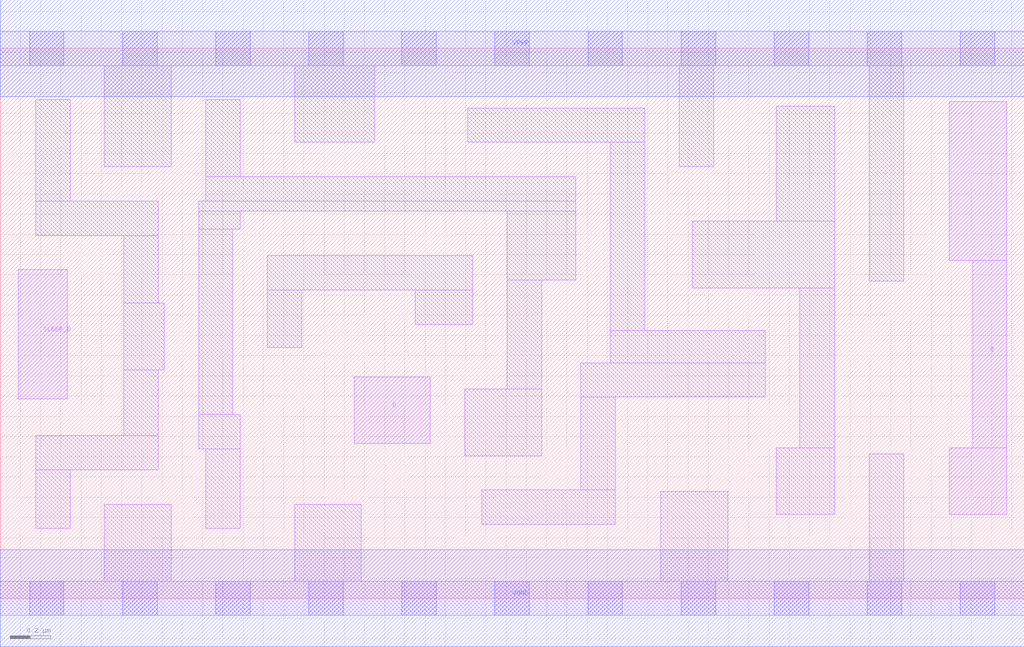
<source format=lef>
# Copyright 2020 The SkyWater PDK Authors
#
# Licensed under the Apache License, Version 2.0 (the "License");
# you may not use this file except in compliance with the License.
# You may obtain a copy of the License at
#
#     https://www.apache.org/licenses/LICENSE-2.0
#
# Unless required by applicable law or agreed to in writing, software
# distributed under the License is distributed on an "AS IS" BASIS,
# WITHOUT WARRANTIES OR CONDITIONS OF ANY KIND, either express or implied.
# See the License for the specific language governing permissions and
# limitations under the License.
#
# SPDX-License-Identifier: Apache-2.0

VERSION 5.7 ;
  NAMESCASESENSITIVE ON ;
  NOWIREEXTENSIONATPIN ON ;
  DIVIDERCHAR "/" ;
  BUSBITCHARS "[]" ;
UNITS
  DATABASE MICRONS 200 ;
END UNITS
MACRO sky130_fd_sc_hd__lpflow_inputisolatch_1
  CLASS CORE ;
  SOURCE USER ;
  FOREIGN sky130_fd_sc_hd__lpflow_inputisolatch_1 ;
  ORIGIN  0.000000  0.000000 ;
  SIZE  5.060000 BY  2.720000 ;
  SYMMETRY X Y R90 ;
  SITE unithd ;
  PIN D
    ANTENNAGATEAREA  0.159000 ;
    DIRECTION INPUT ;
    USE SIGNAL ;
    PORT
      LAYER li1 ;
        RECT 1.750000 0.765000 2.125000 1.095000 ;
    END
  END D
  PIN Q
    ANTENNADIFFAREA  0.429000 ;
    DIRECTION OUTPUT ;
    USE SIGNAL ;
    PORT
      LAYER li1 ;
        RECT 4.690000 0.415000 4.975000 0.745000 ;
        RECT 4.690000 1.670000 4.975000 2.455000 ;
        RECT 4.805000 0.745000 4.975000 1.670000 ;
    END
  END Q
  PIN SLEEP_B
    ANTENNAGATEAREA  0.145500 ;
    DIRECTION INPUT ;
    USE CLOCK ;
    PORT
      LAYER li1 ;
        RECT 0.090000 0.985000 0.330000 1.625000 ;
    END
  END SLEEP_B
  PIN VGND
    DIRECTION INOUT ;
    SHAPE ABUTMENT ;
    USE GROUND ;
    PORT
      LAYER met1 ;
        RECT 0.000000 -0.240000 5.060000 0.240000 ;
    END
  END VGND
  PIN VPWR
    DIRECTION INOUT ;
    SHAPE ABUTMENT ;
    USE POWER ;
    PORT
      LAYER met1 ;
        RECT 0.000000 2.480000 5.060000 2.960000 ;
    END
  END VPWR
  OBS
    LAYER li1 ;
      RECT 0.000000 -0.085000 5.060000 0.085000 ;
      RECT 0.000000  2.635000 5.060000 2.805000 ;
      RECT 0.175000  0.345000 0.345000 0.635000 ;
      RECT 0.175000  0.635000 0.780000 0.805000 ;
      RECT 0.175000  1.795000 0.780000 1.965000 ;
      RECT 0.175000  1.965000 0.345000 2.465000 ;
      RECT 0.515000  0.085000 0.845000 0.465000 ;
      RECT 0.515000  2.135000 0.845000 2.635000 ;
      RECT 0.610000  0.805000 0.780000 1.130000 ;
      RECT 0.610000  1.130000 0.810000 1.460000 ;
      RECT 0.610000  1.460000 0.780000 1.795000 ;
      RECT 0.980000  0.740000 1.185000 0.910000 ;
      RECT 0.980000  0.910000 1.150000 1.825000 ;
      RECT 0.980000  1.825000 1.185000 1.915000 ;
      RECT 0.980000  1.915000 2.845000 1.965000 ;
      RECT 1.015000  0.345000 1.185000 0.740000 ;
      RECT 1.015000  1.965000 2.845000 2.085000 ;
      RECT 1.015000  2.085000 1.185000 2.465000 ;
      RECT 1.320000  1.240000 1.490000 1.525000 ;
      RECT 1.320000  1.525000 2.335000 1.695000 ;
      RECT 1.455000  0.085000 1.785000 0.465000 ;
      RECT 1.455000  2.255000 1.850000 2.635000 ;
      RECT 2.050000  1.355000 2.335000 1.525000 ;
      RECT 2.295000  0.705000 2.675000 1.035000 ;
      RECT 2.310000  2.255000 3.185000 2.425000 ;
      RECT 2.380000  0.365000 3.040000 0.535000 ;
      RECT 2.505000  1.035000 2.675000 1.575000 ;
      RECT 2.505000  1.575000 2.845000 1.915000 ;
      RECT 2.870000  0.535000 3.040000 0.995000 ;
      RECT 2.870000  0.995000 3.780000 1.165000 ;
      RECT 3.015000  1.165000 3.780000 1.325000 ;
      RECT 3.015000  1.325000 3.185000 2.255000 ;
      RECT 3.265000  0.085000 3.595000 0.530000 ;
      RECT 3.355000  2.135000 3.525000 2.635000 ;
      RECT 3.420000  1.535000 4.125000 1.865000 ;
      RECT 3.835000  0.415000 4.125000 0.745000 ;
      RECT 3.835000  1.865000 4.125000 2.435000 ;
      RECT 3.950000  0.745000 4.125000 1.535000 ;
      RECT 4.295000  0.085000 4.465000 0.715000 ;
      RECT 4.295000  1.570000 4.465000 2.635000 ;
    LAYER mcon ;
      RECT 0.145000 -0.085000 0.315000 0.085000 ;
      RECT 0.145000  2.635000 0.315000 2.805000 ;
      RECT 0.605000 -0.085000 0.775000 0.085000 ;
      RECT 0.605000  2.635000 0.775000 2.805000 ;
      RECT 1.065000 -0.085000 1.235000 0.085000 ;
      RECT 1.065000  2.635000 1.235000 2.805000 ;
      RECT 1.525000 -0.085000 1.695000 0.085000 ;
      RECT 1.525000  2.635000 1.695000 2.805000 ;
      RECT 1.985000 -0.085000 2.155000 0.085000 ;
      RECT 1.985000  2.635000 2.155000 2.805000 ;
      RECT 2.445000 -0.085000 2.615000 0.085000 ;
      RECT 2.445000  2.635000 2.615000 2.805000 ;
      RECT 2.905000 -0.085000 3.075000 0.085000 ;
      RECT 2.905000  2.635000 3.075000 2.805000 ;
      RECT 3.365000 -0.085000 3.535000 0.085000 ;
      RECT 3.365000  2.635000 3.535000 2.805000 ;
      RECT 3.825000 -0.085000 3.995000 0.085000 ;
      RECT 3.825000  2.635000 3.995000 2.805000 ;
      RECT 4.285000 -0.085000 4.455000 0.085000 ;
      RECT 4.285000  2.635000 4.455000 2.805000 ;
      RECT 4.745000 -0.085000 4.915000 0.085000 ;
      RECT 4.745000  2.635000 4.915000 2.805000 ;
  END
END sky130_fd_sc_hd__lpflow_inputisolatch_1

</source>
